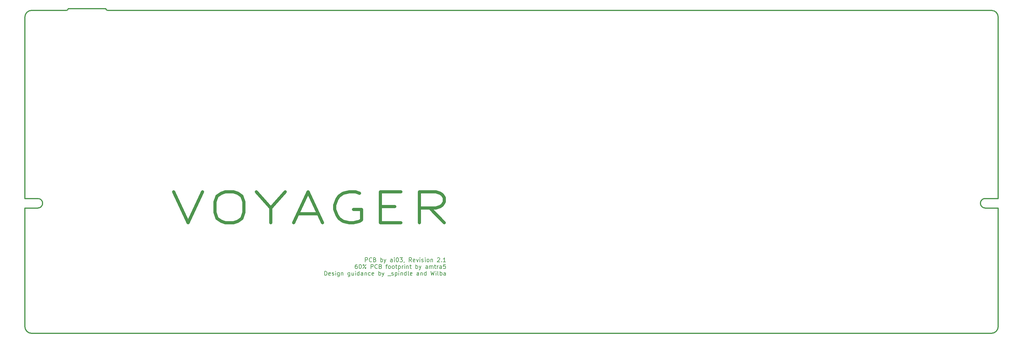
<source format=gbr>
%TF.GenerationSoftware,KiCad,Pcbnew,4.0.7*%
%TF.CreationDate,2018-04-08T23:12:56-07:00*%
%TF.ProjectId,VoyagerII,566F796167657249492E6B696361645F,rev?*%
%TF.FileFunction,Legend,Top*%
%FSLAX46Y46*%
G04 Gerber Fmt 4.6, Leading zero omitted, Abs format (unit mm)*
G04 Created by KiCad (PCBNEW 4.0.7) date 04/08/18 23:12:56*
%MOMM*%
%LPD*%
G01*
G04 APERTURE LIST*
%ADD10C,0.100000*%
%ADD11C,0.907143*%
%ADD12C,0.170000*%
%ADD13C,0.300000*%
G04 APERTURE END LIST*
D10*
D11*
X91545834Y-101032312D02*
X95779167Y-110103741D01*
X100012500Y-101032312D01*
X106664881Y-101032312D02*
X109083929Y-101032312D01*
X110293453Y-101464285D01*
X111502976Y-102328231D01*
X112107738Y-104056122D01*
X112107738Y-107079932D01*
X111502976Y-108807823D01*
X110293453Y-109671768D01*
X109083929Y-110103741D01*
X106664881Y-110103741D01*
X105455357Y-109671768D01*
X104245834Y-108807823D01*
X103641072Y-107079932D01*
X103641072Y-104056122D01*
X104245834Y-102328231D01*
X105455357Y-101464285D01*
X106664881Y-101032312D01*
X119969643Y-105784013D02*
X119969643Y-110103741D01*
X115736310Y-101032312D02*
X119969643Y-105784013D01*
X124202976Y-101032312D01*
X127831548Y-107511904D02*
X133879167Y-107511904D01*
X126622024Y-110103741D02*
X130855357Y-101032312D01*
X135088690Y-110103741D01*
X145974404Y-101464285D02*
X144764881Y-101032312D01*
X142950595Y-101032312D01*
X141136309Y-101464285D01*
X139926785Y-102328231D01*
X139322024Y-103192176D01*
X138717262Y-104920067D01*
X138717262Y-106215986D01*
X139322024Y-107943877D01*
X139926785Y-108807823D01*
X141136309Y-109671768D01*
X142950595Y-110103741D01*
X144160119Y-110103741D01*
X145974404Y-109671768D01*
X146579166Y-109239796D01*
X146579166Y-106215986D01*
X144160119Y-106215986D01*
X152022024Y-105352040D02*
X156255357Y-105352040D01*
X158069643Y-110103741D02*
X152022024Y-110103741D01*
X152022024Y-101032312D01*
X158069643Y-101032312D01*
X170769642Y-110103741D02*
X166536309Y-105784013D01*
X163512500Y-110103741D02*
X163512500Y-101032312D01*
X168350595Y-101032312D01*
X169560119Y-101464285D01*
X170164880Y-101896258D01*
X170769642Y-102760203D01*
X170769642Y-104056122D01*
X170164880Y-104920067D01*
X169560119Y-105352040D01*
X168350595Y-105784013D01*
X163512500Y-105784013D01*
D12*
X147678569Y-121604107D02*
X147678569Y-120404107D01*
X148135712Y-120404107D01*
X148249998Y-120461250D01*
X148307141Y-120518393D01*
X148364284Y-120632679D01*
X148364284Y-120804107D01*
X148307141Y-120918393D01*
X148249998Y-120975536D01*
X148135712Y-121032679D01*
X147678569Y-121032679D01*
X149564284Y-121489821D02*
X149507141Y-121546964D01*
X149335712Y-121604107D01*
X149221426Y-121604107D01*
X149049998Y-121546964D01*
X148935712Y-121432679D01*
X148878569Y-121318393D01*
X148821426Y-121089821D01*
X148821426Y-120918393D01*
X148878569Y-120689821D01*
X148935712Y-120575536D01*
X149049998Y-120461250D01*
X149221426Y-120404107D01*
X149335712Y-120404107D01*
X149507141Y-120461250D01*
X149564284Y-120518393D01*
X150478569Y-120975536D02*
X150649998Y-121032679D01*
X150707141Y-121089821D01*
X150764284Y-121204107D01*
X150764284Y-121375536D01*
X150707141Y-121489821D01*
X150649998Y-121546964D01*
X150535712Y-121604107D01*
X150078569Y-121604107D01*
X150078569Y-120404107D01*
X150478569Y-120404107D01*
X150592855Y-120461250D01*
X150649998Y-120518393D01*
X150707141Y-120632679D01*
X150707141Y-120746964D01*
X150649998Y-120861250D01*
X150592855Y-120918393D01*
X150478569Y-120975536D01*
X150078569Y-120975536D01*
X152192855Y-121604107D02*
X152192855Y-120404107D01*
X152192855Y-120861250D02*
X152307141Y-120804107D01*
X152535712Y-120804107D01*
X152649998Y-120861250D01*
X152707141Y-120918393D01*
X152764284Y-121032679D01*
X152764284Y-121375536D01*
X152707141Y-121489821D01*
X152649998Y-121546964D01*
X152535712Y-121604107D01*
X152307141Y-121604107D01*
X152192855Y-121546964D01*
X153164284Y-120804107D02*
X153449998Y-121604107D01*
X153735712Y-120804107D02*
X153449998Y-121604107D01*
X153335712Y-121889821D01*
X153278569Y-121946964D01*
X153164284Y-122004107D01*
X155621427Y-121604107D02*
X155621427Y-120975536D01*
X155564284Y-120861250D01*
X155449998Y-120804107D01*
X155221427Y-120804107D01*
X155107141Y-120861250D01*
X155621427Y-121546964D02*
X155507141Y-121604107D01*
X155221427Y-121604107D01*
X155107141Y-121546964D01*
X155049998Y-121432679D01*
X155049998Y-121318393D01*
X155107141Y-121204107D01*
X155221427Y-121146964D01*
X155507141Y-121146964D01*
X155621427Y-121089821D01*
X156192855Y-121604107D02*
X156192855Y-120804107D01*
X156192855Y-120404107D02*
X156135712Y-120461250D01*
X156192855Y-120518393D01*
X156249998Y-120461250D01*
X156192855Y-120404107D01*
X156192855Y-120518393D01*
X156992856Y-120404107D02*
X157107141Y-120404107D01*
X157221427Y-120461250D01*
X157278570Y-120518393D01*
X157335713Y-120632679D01*
X157392856Y-120861250D01*
X157392856Y-121146964D01*
X157335713Y-121375536D01*
X157278570Y-121489821D01*
X157221427Y-121546964D01*
X157107141Y-121604107D01*
X156992856Y-121604107D01*
X156878570Y-121546964D01*
X156821427Y-121489821D01*
X156764284Y-121375536D01*
X156707141Y-121146964D01*
X156707141Y-120861250D01*
X156764284Y-120632679D01*
X156821427Y-120518393D01*
X156878570Y-120461250D01*
X156992856Y-120404107D01*
X157792856Y-120404107D02*
X158535713Y-120404107D01*
X158135713Y-120861250D01*
X158307141Y-120861250D01*
X158421427Y-120918393D01*
X158478570Y-120975536D01*
X158535713Y-121089821D01*
X158535713Y-121375536D01*
X158478570Y-121489821D01*
X158421427Y-121546964D01*
X158307141Y-121604107D01*
X157964284Y-121604107D01*
X157849998Y-121546964D01*
X157792856Y-121489821D01*
X159107141Y-121546964D02*
X159107141Y-121604107D01*
X159049998Y-121718393D01*
X158992855Y-121775536D01*
X161221428Y-121604107D02*
X160821428Y-121032679D01*
X160535713Y-121604107D02*
X160535713Y-120404107D01*
X160992856Y-120404107D01*
X161107142Y-120461250D01*
X161164285Y-120518393D01*
X161221428Y-120632679D01*
X161221428Y-120804107D01*
X161164285Y-120918393D01*
X161107142Y-120975536D01*
X160992856Y-121032679D01*
X160535713Y-121032679D01*
X162192856Y-121546964D02*
X162078570Y-121604107D01*
X161849999Y-121604107D01*
X161735713Y-121546964D01*
X161678570Y-121432679D01*
X161678570Y-120975536D01*
X161735713Y-120861250D01*
X161849999Y-120804107D01*
X162078570Y-120804107D01*
X162192856Y-120861250D01*
X162249999Y-120975536D01*
X162249999Y-121089821D01*
X161678570Y-121204107D01*
X162649999Y-120804107D02*
X162935713Y-121604107D01*
X163221427Y-120804107D01*
X163678570Y-121604107D02*
X163678570Y-120804107D01*
X163678570Y-120404107D02*
X163621427Y-120461250D01*
X163678570Y-120518393D01*
X163735713Y-120461250D01*
X163678570Y-120404107D01*
X163678570Y-120518393D01*
X164192856Y-121546964D02*
X164307142Y-121604107D01*
X164535714Y-121604107D01*
X164649999Y-121546964D01*
X164707142Y-121432679D01*
X164707142Y-121375536D01*
X164649999Y-121261250D01*
X164535714Y-121204107D01*
X164364285Y-121204107D01*
X164249999Y-121146964D01*
X164192856Y-121032679D01*
X164192856Y-120975536D01*
X164249999Y-120861250D01*
X164364285Y-120804107D01*
X164535714Y-120804107D01*
X164649999Y-120861250D01*
X165221428Y-121604107D02*
X165221428Y-120804107D01*
X165221428Y-120404107D02*
X165164285Y-120461250D01*
X165221428Y-120518393D01*
X165278571Y-120461250D01*
X165221428Y-120404107D01*
X165221428Y-120518393D01*
X165964286Y-121604107D02*
X165850000Y-121546964D01*
X165792857Y-121489821D01*
X165735714Y-121375536D01*
X165735714Y-121032679D01*
X165792857Y-120918393D01*
X165850000Y-120861250D01*
X165964286Y-120804107D01*
X166135714Y-120804107D01*
X166250000Y-120861250D01*
X166307143Y-120918393D01*
X166364286Y-121032679D01*
X166364286Y-121375536D01*
X166307143Y-121489821D01*
X166250000Y-121546964D01*
X166135714Y-121604107D01*
X165964286Y-121604107D01*
X166878571Y-120804107D02*
X166878571Y-121604107D01*
X166878571Y-120918393D02*
X166935714Y-120861250D01*
X167050000Y-120804107D01*
X167221428Y-120804107D01*
X167335714Y-120861250D01*
X167392857Y-120975536D01*
X167392857Y-121604107D01*
X168821428Y-120518393D02*
X168878571Y-120461250D01*
X168992857Y-120404107D01*
X169278571Y-120404107D01*
X169392857Y-120461250D01*
X169450000Y-120518393D01*
X169507143Y-120632679D01*
X169507143Y-120746964D01*
X169450000Y-120918393D01*
X168764286Y-121604107D01*
X169507143Y-121604107D01*
X170021428Y-121489821D02*
X170078571Y-121546964D01*
X170021428Y-121604107D01*
X169964285Y-121546964D01*
X170021428Y-121489821D01*
X170021428Y-121604107D01*
X171221429Y-121604107D02*
X170535714Y-121604107D01*
X170878572Y-121604107D02*
X170878572Y-120404107D01*
X170764286Y-120575536D01*
X170650000Y-120689821D01*
X170535714Y-120746964D01*
X145278573Y-122374107D02*
X145050002Y-122374107D01*
X144935716Y-122431250D01*
X144878573Y-122488393D01*
X144764287Y-122659821D01*
X144707144Y-122888393D01*
X144707144Y-123345536D01*
X144764287Y-123459821D01*
X144821430Y-123516964D01*
X144935716Y-123574107D01*
X145164287Y-123574107D01*
X145278573Y-123516964D01*
X145335716Y-123459821D01*
X145392859Y-123345536D01*
X145392859Y-123059821D01*
X145335716Y-122945536D01*
X145278573Y-122888393D01*
X145164287Y-122831250D01*
X144935716Y-122831250D01*
X144821430Y-122888393D01*
X144764287Y-122945536D01*
X144707144Y-123059821D01*
X146135716Y-122374107D02*
X146250001Y-122374107D01*
X146364287Y-122431250D01*
X146421430Y-122488393D01*
X146478573Y-122602679D01*
X146535716Y-122831250D01*
X146535716Y-123116964D01*
X146478573Y-123345536D01*
X146421430Y-123459821D01*
X146364287Y-123516964D01*
X146250001Y-123574107D01*
X146135716Y-123574107D01*
X146021430Y-123516964D01*
X145964287Y-123459821D01*
X145907144Y-123345536D01*
X145850001Y-123116964D01*
X145850001Y-122831250D01*
X145907144Y-122602679D01*
X145964287Y-122488393D01*
X146021430Y-122431250D01*
X146135716Y-122374107D01*
X146992858Y-123574107D02*
X147907144Y-122374107D01*
X147164287Y-122374107D02*
X147278573Y-122431250D01*
X147335716Y-122545536D01*
X147278573Y-122659821D01*
X147164287Y-122716964D01*
X147050001Y-122659821D01*
X146992858Y-122545536D01*
X147050001Y-122431250D01*
X147164287Y-122374107D01*
X147850001Y-123516964D02*
X147907144Y-123402679D01*
X147850001Y-123288393D01*
X147735716Y-123231250D01*
X147621430Y-123288393D01*
X147564287Y-123402679D01*
X147621430Y-123516964D01*
X147735716Y-123574107D01*
X147850001Y-123516964D01*
X149335716Y-123574107D02*
X149335716Y-122374107D01*
X149792859Y-122374107D01*
X149907145Y-122431250D01*
X149964288Y-122488393D01*
X150021431Y-122602679D01*
X150021431Y-122774107D01*
X149964288Y-122888393D01*
X149907145Y-122945536D01*
X149792859Y-123002679D01*
X149335716Y-123002679D01*
X151221431Y-123459821D02*
X151164288Y-123516964D01*
X150992859Y-123574107D01*
X150878573Y-123574107D01*
X150707145Y-123516964D01*
X150592859Y-123402679D01*
X150535716Y-123288393D01*
X150478573Y-123059821D01*
X150478573Y-122888393D01*
X150535716Y-122659821D01*
X150592859Y-122545536D01*
X150707145Y-122431250D01*
X150878573Y-122374107D01*
X150992859Y-122374107D01*
X151164288Y-122431250D01*
X151221431Y-122488393D01*
X152135716Y-122945536D02*
X152307145Y-123002679D01*
X152364288Y-123059821D01*
X152421431Y-123174107D01*
X152421431Y-123345536D01*
X152364288Y-123459821D01*
X152307145Y-123516964D01*
X152192859Y-123574107D01*
X151735716Y-123574107D01*
X151735716Y-122374107D01*
X152135716Y-122374107D01*
X152250002Y-122431250D01*
X152307145Y-122488393D01*
X152364288Y-122602679D01*
X152364288Y-122716964D01*
X152307145Y-122831250D01*
X152250002Y-122888393D01*
X152135716Y-122945536D01*
X151735716Y-122945536D01*
X153678574Y-122774107D02*
X154135717Y-122774107D01*
X153850002Y-123574107D02*
X153850002Y-122545536D01*
X153907145Y-122431250D01*
X154021431Y-122374107D01*
X154135717Y-122374107D01*
X154707145Y-123574107D02*
X154592859Y-123516964D01*
X154535716Y-123459821D01*
X154478573Y-123345536D01*
X154478573Y-123002679D01*
X154535716Y-122888393D01*
X154592859Y-122831250D01*
X154707145Y-122774107D01*
X154878573Y-122774107D01*
X154992859Y-122831250D01*
X155050002Y-122888393D01*
X155107145Y-123002679D01*
X155107145Y-123345536D01*
X155050002Y-123459821D01*
X154992859Y-123516964D01*
X154878573Y-123574107D01*
X154707145Y-123574107D01*
X155792859Y-123574107D02*
X155678573Y-123516964D01*
X155621430Y-123459821D01*
X155564287Y-123345536D01*
X155564287Y-123002679D01*
X155621430Y-122888393D01*
X155678573Y-122831250D01*
X155792859Y-122774107D01*
X155964287Y-122774107D01*
X156078573Y-122831250D01*
X156135716Y-122888393D01*
X156192859Y-123002679D01*
X156192859Y-123345536D01*
X156135716Y-123459821D01*
X156078573Y-123516964D01*
X155964287Y-123574107D01*
X155792859Y-123574107D01*
X156535716Y-122774107D02*
X156992859Y-122774107D01*
X156707144Y-122374107D02*
X156707144Y-123402679D01*
X156764287Y-123516964D01*
X156878573Y-123574107D01*
X156992859Y-123574107D01*
X157392858Y-122774107D02*
X157392858Y-123974107D01*
X157392858Y-122831250D02*
X157507144Y-122774107D01*
X157735715Y-122774107D01*
X157850001Y-122831250D01*
X157907144Y-122888393D01*
X157964287Y-123002679D01*
X157964287Y-123345536D01*
X157907144Y-123459821D01*
X157850001Y-123516964D01*
X157735715Y-123574107D01*
X157507144Y-123574107D01*
X157392858Y-123516964D01*
X158478572Y-123574107D02*
X158478572Y-122774107D01*
X158478572Y-123002679D02*
X158535715Y-122888393D01*
X158592858Y-122831250D01*
X158707144Y-122774107D01*
X158821429Y-122774107D01*
X159221429Y-123574107D02*
X159221429Y-122774107D01*
X159221429Y-122374107D02*
X159164286Y-122431250D01*
X159221429Y-122488393D01*
X159278572Y-122431250D01*
X159221429Y-122374107D01*
X159221429Y-122488393D01*
X159792858Y-122774107D02*
X159792858Y-123574107D01*
X159792858Y-122888393D02*
X159850001Y-122831250D01*
X159964287Y-122774107D01*
X160135715Y-122774107D01*
X160250001Y-122831250D01*
X160307144Y-122945536D01*
X160307144Y-123574107D01*
X160707144Y-122774107D02*
X161164287Y-122774107D01*
X160878572Y-122374107D02*
X160878572Y-123402679D01*
X160935715Y-123516964D01*
X161050001Y-123574107D01*
X161164287Y-123574107D01*
X162478572Y-123574107D02*
X162478572Y-122374107D01*
X162478572Y-122831250D02*
X162592858Y-122774107D01*
X162821429Y-122774107D01*
X162935715Y-122831250D01*
X162992858Y-122888393D01*
X163050001Y-123002679D01*
X163050001Y-123345536D01*
X162992858Y-123459821D01*
X162935715Y-123516964D01*
X162821429Y-123574107D01*
X162592858Y-123574107D01*
X162478572Y-123516964D01*
X163450001Y-122774107D02*
X163735715Y-123574107D01*
X164021429Y-122774107D02*
X163735715Y-123574107D01*
X163621429Y-123859821D01*
X163564286Y-123916964D01*
X163450001Y-123974107D01*
X165907144Y-123574107D02*
X165907144Y-122945536D01*
X165850001Y-122831250D01*
X165735715Y-122774107D01*
X165507144Y-122774107D01*
X165392858Y-122831250D01*
X165907144Y-123516964D02*
X165792858Y-123574107D01*
X165507144Y-123574107D01*
X165392858Y-123516964D01*
X165335715Y-123402679D01*
X165335715Y-123288393D01*
X165392858Y-123174107D01*
X165507144Y-123116964D01*
X165792858Y-123116964D01*
X165907144Y-123059821D01*
X166478572Y-123574107D02*
X166478572Y-122774107D01*
X166478572Y-122888393D02*
X166535715Y-122831250D01*
X166650001Y-122774107D01*
X166821429Y-122774107D01*
X166935715Y-122831250D01*
X166992858Y-122945536D01*
X166992858Y-123574107D01*
X166992858Y-122945536D02*
X167050001Y-122831250D01*
X167164287Y-122774107D01*
X167335715Y-122774107D01*
X167450001Y-122831250D01*
X167507144Y-122945536D01*
X167507144Y-123574107D01*
X167907144Y-122774107D02*
X168364287Y-122774107D01*
X168078572Y-122374107D02*
X168078572Y-123402679D01*
X168135715Y-123516964D01*
X168250001Y-123574107D01*
X168364287Y-123574107D01*
X168764286Y-123574107D02*
X168764286Y-122774107D01*
X168764286Y-123002679D02*
X168821429Y-122888393D01*
X168878572Y-122831250D01*
X168992858Y-122774107D01*
X169107143Y-122774107D01*
X170021429Y-123574107D02*
X170021429Y-122945536D01*
X169964286Y-122831250D01*
X169850000Y-122774107D01*
X169621429Y-122774107D01*
X169507143Y-122831250D01*
X170021429Y-123516964D02*
X169907143Y-123574107D01*
X169621429Y-123574107D01*
X169507143Y-123516964D01*
X169450000Y-123402679D01*
X169450000Y-123288393D01*
X169507143Y-123174107D01*
X169621429Y-123116964D01*
X169907143Y-123116964D01*
X170021429Y-123059821D01*
X171164286Y-122374107D02*
X170592857Y-122374107D01*
X170535714Y-122945536D01*
X170592857Y-122888393D01*
X170707143Y-122831250D01*
X170992857Y-122831250D01*
X171107143Y-122888393D01*
X171164286Y-122945536D01*
X171221429Y-123059821D01*
X171221429Y-123345536D01*
X171164286Y-123459821D01*
X171107143Y-123516964D01*
X170992857Y-123574107D01*
X170707143Y-123574107D01*
X170592857Y-123516964D01*
X170535714Y-123459821D01*
X135792859Y-125544107D02*
X135792859Y-124344107D01*
X136078574Y-124344107D01*
X136250002Y-124401250D01*
X136364288Y-124515536D01*
X136421431Y-124629821D01*
X136478574Y-124858393D01*
X136478574Y-125029821D01*
X136421431Y-125258393D01*
X136364288Y-125372679D01*
X136250002Y-125486964D01*
X136078574Y-125544107D01*
X135792859Y-125544107D01*
X137450002Y-125486964D02*
X137335716Y-125544107D01*
X137107145Y-125544107D01*
X136992859Y-125486964D01*
X136935716Y-125372679D01*
X136935716Y-124915536D01*
X136992859Y-124801250D01*
X137107145Y-124744107D01*
X137335716Y-124744107D01*
X137450002Y-124801250D01*
X137507145Y-124915536D01*
X137507145Y-125029821D01*
X136935716Y-125144107D01*
X137964287Y-125486964D02*
X138078573Y-125544107D01*
X138307145Y-125544107D01*
X138421430Y-125486964D01*
X138478573Y-125372679D01*
X138478573Y-125315536D01*
X138421430Y-125201250D01*
X138307145Y-125144107D01*
X138135716Y-125144107D01*
X138021430Y-125086964D01*
X137964287Y-124972679D01*
X137964287Y-124915536D01*
X138021430Y-124801250D01*
X138135716Y-124744107D01*
X138307145Y-124744107D01*
X138421430Y-124801250D01*
X138992859Y-125544107D02*
X138992859Y-124744107D01*
X138992859Y-124344107D02*
X138935716Y-124401250D01*
X138992859Y-124458393D01*
X139050002Y-124401250D01*
X138992859Y-124344107D01*
X138992859Y-124458393D01*
X140078574Y-124744107D02*
X140078574Y-125715536D01*
X140021431Y-125829821D01*
X139964288Y-125886964D01*
X139850003Y-125944107D01*
X139678574Y-125944107D01*
X139564288Y-125886964D01*
X140078574Y-125486964D02*
X139964288Y-125544107D01*
X139735717Y-125544107D01*
X139621431Y-125486964D01*
X139564288Y-125429821D01*
X139507145Y-125315536D01*
X139507145Y-124972679D01*
X139564288Y-124858393D01*
X139621431Y-124801250D01*
X139735717Y-124744107D01*
X139964288Y-124744107D01*
X140078574Y-124801250D01*
X140650002Y-124744107D02*
X140650002Y-125544107D01*
X140650002Y-124858393D02*
X140707145Y-124801250D01*
X140821431Y-124744107D01*
X140992859Y-124744107D01*
X141107145Y-124801250D01*
X141164288Y-124915536D01*
X141164288Y-125544107D01*
X143164288Y-124744107D02*
X143164288Y-125715536D01*
X143107145Y-125829821D01*
X143050002Y-125886964D01*
X142935717Y-125944107D01*
X142764288Y-125944107D01*
X142650002Y-125886964D01*
X143164288Y-125486964D02*
X143050002Y-125544107D01*
X142821431Y-125544107D01*
X142707145Y-125486964D01*
X142650002Y-125429821D01*
X142592859Y-125315536D01*
X142592859Y-124972679D01*
X142650002Y-124858393D01*
X142707145Y-124801250D01*
X142821431Y-124744107D01*
X143050002Y-124744107D01*
X143164288Y-124801250D01*
X144250002Y-124744107D02*
X144250002Y-125544107D01*
X143735716Y-124744107D02*
X143735716Y-125372679D01*
X143792859Y-125486964D01*
X143907145Y-125544107D01*
X144078573Y-125544107D01*
X144192859Y-125486964D01*
X144250002Y-125429821D01*
X144821430Y-125544107D02*
X144821430Y-124744107D01*
X144821430Y-124344107D02*
X144764287Y-124401250D01*
X144821430Y-124458393D01*
X144878573Y-124401250D01*
X144821430Y-124344107D01*
X144821430Y-124458393D01*
X145907145Y-125544107D02*
X145907145Y-124344107D01*
X145907145Y-125486964D02*
X145792859Y-125544107D01*
X145564288Y-125544107D01*
X145450002Y-125486964D01*
X145392859Y-125429821D01*
X145335716Y-125315536D01*
X145335716Y-124972679D01*
X145392859Y-124858393D01*
X145450002Y-124801250D01*
X145564288Y-124744107D01*
X145792859Y-124744107D01*
X145907145Y-124801250D01*
X146992859Y-125544107D02*
X146992859Y-124915536D01*
X146935716Y-124801250D01*
X146821430Y-124744107D01*
X146592859Y-124744107D01*
X146478573Y-124801250D01*
X146992859Y-125486964D02*
X146878573Y-125544107D01*
X146592859Y-125544107D01*
X146478573Y-125486964D01*
X146421430Y-125372679D01*
X146421430Y-125258393D01*
X146478573Y-125144107D01*
X146592859Y-125086964D01*
X146878573Y-125086964D01*
X146992859Y-125029821D01*
X147564287Y-124744107D02*
X147564287Y-125544107D01*
X147564287Y-124858393D02*
X147621430Y-124801250D01*
X147735716Y-124744107D01*
X147907144Y-124744107D01*
X148021430Y-124801250D01*
X148078573Y-124915536D01*
X148078573Y-125544107D01*
X149164287Y-125486964D02*
X149050001Y-125544107D01*
X148821430Y-125544107D01*
X148707144Y-125486964D01*
X148650001Y-125429821D01*
X148592858Y-125315536D01*
X148592858Y-124972679D01*
X148650001Y-124858393D01*
X148707144Y-124801250D01*
X148821430Y-124744107D01*
X149050001Y-124744107D01*
X149164287Y-124801250D01*
X150135715Y-125486964D02*
X150021429Y-125544107D01*
X149792858Y-125544107D01*
X149678572Y-125486964D01*
X149621429Y-125372679D01*
X149621429Y-124915536D01*
X149678572Y-124801250D01*
X149792858Y-124744107D01*
X150021429Y-124744107D01*
X150135715Y-124801250D01*
X150192858Y-124915536D01*
X150192858Y-125029821D01*
X149621429Y-125144107D01*
X151621429Y-125544107D02*
X151621429Y-124344107D01*
X151621429Y-124801250D02*
X151735715Y-124744107D01*
X151964286Y-124744107D01*
X152078572Y-124801250D01*
X152135715Y-124858393D01*
X152192858Y-124972679D01*
X152192858Y-125315536D01*
X152135715Y-125429821D01*
X152078572Y-125486964D01*
X151964286Y-125544107D01*
X151735715Y-125544107D01*
X151621429Y-125486964D01*
X152592858Y-124744107D02*
X152878572Y-125544107D01*
X153164286Y-124744107D02*
X152878572Y-125544107D01*
X152764286Y-125829821D01*
X152707143Y-125886964D01*
X152592858Y-125944107D01*
X154250001Y-125658393D02*
X155164287Y-125658393D01*
X155392858Y-125486964D02*
X155507144Y-125544107D01*
X155735716Y-125544107D01*
X155850001Y-125486964D01*
X155907144Y-125372679D01*
X155907144Y-125315536D01*
X155850001Y-125201250D01*
X155735716Y-125144107D01*
X155564287Y-125144107D01*
X155450001Y-125086964D01*
X155392858Y-124972679D01*
X155392858Y-124915536D01*
X155450001Y-124801250D01*
X155564287Y-124744107D01*
X155735716Y-124744107D01*
X155850001Y-124801250D01*
X156421430Y-124744107D02*
X156421430Y-125944107D01*
X156421430Y-124801250D02*
X156535716Y-124744107D01*
X156764287Y-124744107D01*
X156878573Y-124801250D01*
X156935716Y-124858393D01*
X156992859Y-124972679D01*
X156992859Y-125315536D01*
X156935716Y-125429821D01*
X156878573Y-125486964D01*
X156764287Y-125544107D01*
X156535716Y-125544107D01*
X156421430Y-125486964D01*
X157507144Y-125544107D02*
X157507144Y-124744107D01*
X157507144Y-124344107D02*
X157450001Y-124401250D01*
X157507144Y-124458393D01*
X157564287Y-124401250D01*
X157507144Y-124344107D01*
X157507144Y-124458393D01*
X158078573Y-124744107D02*
X158078573Y-125544107D01*
X158078573Y-124858393D02*
X158135716Y-124801250D01*
X158250002Y-124744107D01*
X158421430Y-124744107D01*
X158535716Y-124801250D01*
X158592859Y-124915536D01*
X158592859Y-125544107D01*
X159678573Y-125544107D02*
X159678573Y-124344107D01*
X159678573Y-125486964D02*
X159564287Y-125544107D01*
X159335716Y-125544107D01*
X159221430Y-125486964D01*
X159164287Y-125429821D01*
X159107144Y-125315536D01*
X159107144Y-124972679D01*
X159164287Y-124858393D01*
X159221430Y-124801250D01*
X159335716Y-124744107D01*
X159564287Y-124744107D01*
X159678573Y-124801250D01*
X160421430Y-125544107D02*
X160307144Y-125486964D01*
X160250001Y-125372679D01*
X160250001Y-124344107D01*
X161335715Y-125486964D02*
X161221429Y-125544107D01*
X160992858Y-125544107D01*
X160878572Y-125486964D01*
X160821429Y-125372679D01*
X160821429Y-124915536D01*
X160878572Y-124801250D01*
X160992858Y-124744107D01*
X161221429Y-124744107D01*
X161335715Y-124801250D01*
X161392858Y-124915536D01*
X161392858Y-125029821D01*
X160821429Y-125144107D01*
X163335715Y-125544107D02*
X163335715Y-124915536D01*
X163278572Y-124801250D01*
X163164286Y-124744107D01*
X162935715Y-124744107D01*
X162821429Y-124801250D01*
X163335715Y-125486964D02*
X163221429Y-125544107D01*
X162935715Y-125544107D01*
X162821429Y-125486964D01*
X162764286Y-125372679D01*
X162764286Y-125258393D01*
X162821429Y-125144107D01*
X162935715Y-125086964D01*
X163221429Y-125086964D01*
X163335715Y-125029821D01*
X163907143Y-124744107D02*
X163907143Y-125544107D01*
X163907143Y-124858393D02*
X163964286Y-124801250D01*
X164078572Y-124744107D01*
X164250000Y-124744107D01*
X164364286Y-124801250D01*
X164421429Y-124915536D01*
X164421429Y-125544107D01*
X165507143Y-125544107D02*
X165507143Y-124344107D01*
X165507143Y-125486964D02*
X165392857Y-125544107D01*
X165164286Y-125544107D01*
X165050000Y-125486964D01*
X164992857Y-125429821D01*
X164935714Y-125315536D01*
X164935714Y-124972679D01*
X164992857Y-124858393D01*
X165050000Y-124801250D01*
X165164286Y-124744107D01*
X165392857Y-124744107D01*
X165507143Y-124801250D01*
X166878572Y-124344107D02*
X167164286Y-125544107D01*
X167392857Y-124686964D01*
X167621429Y-125544107D01*
X167907143Y-124344107D01*
X168364286Y-125544107D02*
X168364286Y-124744107D01*
X168364286Y-124344107D02*
X168307143Y-124401250D01*
X168364286Y-124458393D01*
X168421429Y-124401250D01*
X168364286Y-124344107D01*
X168364286Y-124458393D01*
X169107144Y-125544107D02*
X168992858Y-125486964D01*
X168935715Y-125372679D01*
X168935715Y-124344107D01*
X169564286Y-125544107D02*
X169564286Y-124344107D01*
X169564286Y-124801250D02*
X169678572Y-124744107D01*
X169907143Y-124744107D01*
X170021429Y-124801250D01*
X170078572Y-124858393D01*
X170135715Y-124972679D01*
X170135715Y-125315536D01*
X170078572Y-125429821D01*
X170021429Y-125486964D01*
X169907143Y-125544107D01*
X169678572Y-125544107D01*
X169564286Y-125486964D01*
X171164286Y-125544107D02*
X171164286Y-124915536D01*
X171107143Y-124801250D01*
X170992857Y-124744107D01*
X170764286Y-124744107D01*
X170650000Y-124801250D01*
X171164286Y-125486964D02*
X171050000Y-125544107D01*
X170764286Y-125544107D01*
X170650000Y-125486964D01*
X170592857Y-125372679D01*
X170592857Y-125258393D01*
X170650000Y-125144107D01*
X170764286Y-125086964D01*
X171050000Y-125086964D01*
X171164286Y-125029821D01*
D13*
X50000000Y-47950000D02*
X60200000Y-47950000D01*
X71700000Y-47450000D02*
G75*
G03X72200000Y-47950000I500000J0D01*
G01*
X60200000Y-47950000D02*
G75*
G03X60700000Y-47450000I0J500000D01*
G01*
X60700000Y-47450000D02*
X71700000Y-47450000D01*
X51800000Y-105850000D02*
G75*
G03X53200000Y-104450000I0J1400000D01*
G01*
X329200000Y-103050000D02*
X333000000Y-103050000D01*
X329200000Y-105850000D02*
X333000000Y-105850000D01*
X333000000Y-103050000D02*
X333000000Y-49950000D01*
X333000000Y-105850000D02*
X333000000Y-140550000D01*
X329200000Y-105850000D02*
G75*
G02X327800000Y-104450000I0J1400000D01*
G01*
X327800000Y-104450000D02*
G75*
G02X329200000Y-103050000I1400000J0D01*
G01*
X48000000Y-103050000D02*
X48000000Y-49950000D01*
X51800000Y-103050000D02*
X48000000Y-103050000D01*
X53200000Y-104450000D02*
G75*
G03X51800000Y-103050000I-1400000J0D01*
G01*
X48000000Y-105850000D02*
X51800000Y-105850000D01*
X48000000Y-140550000D02*
X48000000Y-105850000D01*
X333000000Y-49950000D02*
G75*
G03X331000000Y-47950000I-2000000J0D01*
G01*
X331000000Y-142550000D02*
G75*
G03X333000000Y-140550000I0J2000000D01*
G01*
X48000000Y-140550000D02*
G75*
G03X50000000Y-142550000I2000000J0D01*
G01*
X50000000Y-47950000D02*
G75*
G03X48000000Y-49950000I0J-2000000D01*
G01*
X331000000Y-47950000D02*
X72200000Y-47950000D01*
X50000000Y-142550000D02*
X331000000Y-142550000D01*
M02*

</source>
